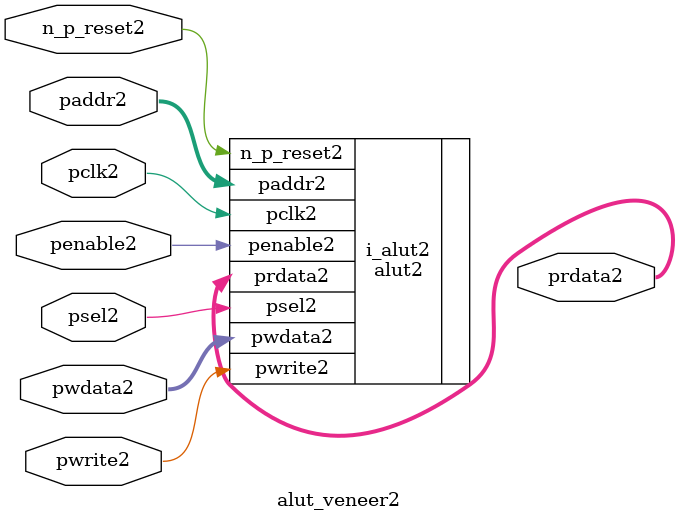
<source format=v>
module alut_veneer2
(   
   // Inputs2
   pclk2,
   n_p_reset2,
   psel2,            
   penable2,       
   pwrite2,         
   paddr2,           
   pwdata2,          

   // Outputs2
   prdata2  
);

   // APB2 Inputs2
   input             pclk2;               // APB2 clock2                          
   input             n_p_reset2;          // Reset2                              
   input             psel2;               // Module2 select2 signal2               
   input             penable2;            // Enable2 signal2                      
   input             pwrite2;             // Write when HIGH2 and read when LOW2  
   input [6:0]       paddr2;              // Address bus for read write         
   input [31:0]      pwdata2;             // APB2 write bus                      

   output [31:0]     prdata2;             // APB2 read bus                       


//-----------------------------------------------------------------------
//##############################################################################
// if the ALUT2 is NOT2 black2 boxed2 
//##############################################################################
`ifndef FV_KIT_BLACK_BOX_LUT2 


alut2 i_alut2 (
        //inputs2
        . n_p_reset2(n_p_reset2),
        . pclk2(pclk2),
        . psel2(psel2),
        . penable2(penable2),
        . pwrite2(pwrite2),
        . paddr2(paddr2[6:0]),
        . pwdata2(pwdata2),

        //outputs2
        . prdata2(prdata2)
);


`else 
//##############################################################################
// if the <module> is black2 boxed2 
//##############################################################################

   // APB2 Inputs2
   wire              pclk2;               // APB2 clock2                          
   wire              n_p_reset2;          // Reset2                              
   wire              psel2;               // Module2 select2 signal2               
   wire              penable2;            // Enable2 signal2                      
   wire              pwrite2;             // Write when HIGH2 and read when LOW2  
   wire  [6:0]       paddr2;              // Address bus for read write         
   wire  [31:0]      pwdata2;             // APB2 write bus                      

   reg   [31:0]      prdata2;             // APB2 read bus                       


`endif

endmodule

</source>
